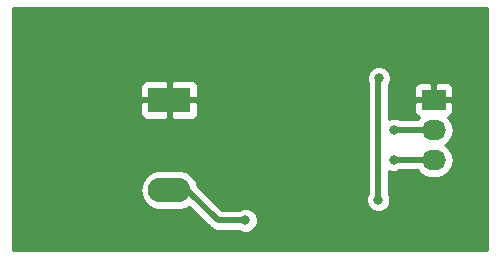
<source format=gbl>
%TF.GenerationSoftware,KiCad,Pcbnew,(5.0.0)*%
%TF.CreationDate,2018-10-04T12:31:17-06:00*%
%TF.ProjectId,Ejemplo,456A656D706C6F2E6B696361645F7063,1.0*%
%TF.SameCoordinates,Original*%
%TF.FileFunction,Copper,L2,Bot,Signal*%
%TF.FilePolarity,Positive*%
%FSLAX46Y46*%
G04 Gerber Fmt 4.6, Leading zero omitted, Abs format (unit mm)*
G04 Created by KiCad (PCBNEW (5.0.0)) date 10/04/18 12:31:17*
%MOMM*%
%LPD*%
G01*
G04 APERTURE LIST*
%ADD10R,3.600000X2.100000*%
%ADD11O,3.600000X2.100000*%
%ADD12R,2.030000X1.730000*%
%ADD13O,2.030000X1.730000*%
%ADD14C,0.800000*%
%ADD15C,0.500000*%
%ADD16C,0.254000*%
G04 APERTURE END LIST*
D10*
X116900000Y-92150000D03*
D11*
X116900000Y-99770000D03*
D12*
X139300000Y-92150000D03*
D13*
X139300000Y-94690000D03*
X139300000Y-97230000D03*
D14*
X123350000Y-102350000D03*
X135950000Y-94700000D03*
X135900000Y-97200000D03*
X134600000Y-100600000D03*
X134650000Y-90300000D03*
D15*
X116900000Y-99770000D02*
X118420000Y-99770000D01*
X118420000Y-99770000D02*
X121000000Y-102350000D01*
X121000000Y-102350000D02*
X123350000Y-102350000D01*
X139300000Y-94690000D02*
X135960000Y-94690000D01*
X135960000Y-94690000D02*
X135950000Y-94700000D01*
X139300000Y-97230000D02*
X135930000Y-97230000D01*
X135930000Y-97230000D02*
X135900000Y-97200000D01*
X134600000Y-100600000D02*
X134600000Y-90350000D01*
X134600000Y-90350000D02*
X134650000Y-90300000D01*
D16*
G36*
X143840000Y-104890000D02*
X103710000Y-104890000D01*
X103710000Y-99770000D01*
X114431989Y-99770000D01*
X114562765Y-100427454D01*
X114935183Y-100984817D01*
X115492546Y-101357235D01*
X115984043Y-101455000D01*
X117815957Y-101455000D01*
X118307454Y-101357235D01*
X118576132Y-101177710D01*
X120312577Y-102914156D01*
X120361951Y-102988049D01*
X120435844Y-103037423D01*
X120435845Y-103037424D01*
X120654690Y-103183652D01*
X120912835Y-103235000D01*
X120912839Y-103235000D01*
X121000000Y-103252337D01*
X121087161Y-103235000D01*
X122781993Y-103235000D01*
X123144126Y-103385000D01*
X123555874Y-103385000D01*
X123936280Y-103227431D01*
X124227431Y-102936280D01*
X124385000Y-102555874D01*
X124385000Y-102144126D01*
X124227431Y-101763720D01*
X123936280Y-101472569D01*
X123555874Y-101315000D01*
X123144126Y-101315000D01*
X122781993Y-101465000D01*
X121366579Y-101465000D01*
X120295705Y-100394126D01*
X133565000Y-100394126D01*
X133565000Y-100805874D01*
X133722569Y-101186280D01*
X134013720Y-101477431D01*
X134394126Y-101635000D01*
X134805874Y-101635000D01*
X135186280Y-101477431D01*
X135477431Y-101186280D01*
X135635000Y-100805874D01*
X135635000Y-100394126D01*
X135485000Y-100031993D01*
X135485000Y-98148377D01*
X135694126Y-98235000D01*
X136105874Y-98235000D01*
X136395580Y-98115000D01*
X137937305Y-98115000D01*
X138068561Y-98311439D01*
X138564729Y-98642968D01*
X139002267Y-98730000D01*
X139597733Y-98730000D01*
X140035271Y-98642968D01*
X140531439Y-98311439D01*
X140862968Y-97815271D01*
X140979386Y-97230000D01*
X140862968Y-96644729D01*
X140531439Y-96148561D01*
X140249238Y-95960000D01*
X140531439Y-95771439D01*
X140862968Y-95275271D01*
X140979386Y-94690000D01*
X140862968Y-94104729D01*
X140533588Y-93611777D01*
X140674698Y-93553327D01*
X140853327Y-93374699D01*
X140950000Y-93141310D01*
X140950000Y-92435750D01*
X140791250Y-92277000D01*
X139427000Y-92277000D01*
X139427000Y-92297000D01*
X139173000Y-92297000D01*
X139173000Y-92277000D01*
X137808750Y-92277000D01*
X137650000Y-92435750D01*
X137650000Y-93141310D01*
X137746673Y-93374699D01*
X137925302Y-93553327D01*
X138066412Y-93611777D01*
X137937305Y-93805000D01*
X136493865Y-93805000D01*
X136155874Y-93665000D01*
X135744126Y-93665000D01*
X135485000Y-93772333D01*
X135485000Y-91158690D01*
X137650000Y-91158690D01*
X137650000Y-91864250D01*
X137808750Y-92023000D01*
X139173000Y-92023000D01*
X139173000Y-90808750D01*
X139427000Y-90808750D01*
X139427000Y-92023000D01*
X140791250Y-92023000D01*
X140950000Y-91864250D01*
X140950000Y-91158690D01*
X140853327Y-90925301D01*
X140674698Y-90746673D01*
X140441309Y-90650000D01*
X139585750Y-90650000D01*
X139427000Y-90808750D01*
X139173000Y-90808750D01*
X139014250Y-90650000D01*
X138158691Y-90650000D01*
X137925302Y-90746673D01*
X137746673Y-90925301D01*
X137650000Y-91158690D01*
X135485000Y-91158690D01*
X135485000Y-90928711D01*
X135527431Y-90886280D01*
X135685000Y-90505874D01*
X135685000Y-90094126D01*
X135527431Y-89713720D01*
X135236280Y-89422569D01*
X134855874Y-89265000D01*
X134444126Y-89265000D01*
X134063720Y-89422569D01*
X133772569Y-89713720D01*
X133615000Y-90094126D01*
X133615000Y-90505874D01*
X133715001Y-90747298D01*
X133715000Y-100031993D01*
X133565000Y-100394126D01*
X120295705Y-100394126D01*
X119292634Y-99391056D01*
X119237235Y-99112546D01*
X118864817Y-98555183D01*
X118307454Y-98182765D01*
X117815957Y-98085000D01*
X115984043Y-98085000D01*
X115492546Y-98182765D01*
X114935183Y-98555183D01*
X114562765Y-99112546D01*
X114431989Y-99770000D01*
X103710000Y-99770000D01*
X103710000Y-92435750D01*
X114465000Y-92435750D01*
X114465000Y-93326309D01*
X114561673Y-93559698D01*
X114740301Y-93738327D01*
X114973690Y-93835000D01*
X116614250Y-93835000D01*
X116773000Y-93676250D01*
X116773000Y-92277000D01*
X117027000Y-92277000D01*
X117027000Y-93676250D01*
X117185750Y-93835000D01*
X118826310Y-93835000D01*
X119059699Y-93738327D01*
X119238327Y-93559698D01*
X119335000Y-93326309D01*
X119335000Y-92435750D01*
X119176250Y-92277000D01*
X117027000Y-92277000D01*
X116773000Y-92277000D01*
X114623750Y-92277000D01*
X114465000Y-92435750D01*
X103710000Y-92435750D01*
X103710000Y-90973691D01*
X114465000Y-90973691D01*
X114465000Y-91864250D01*
X114623750Y-92023000D01*
X116773000Y-92023000D01*
X116773000Y-90623750D01*
X117027000Y-90623750D01*
X117027000Y-92023000D01*
X119176250Y-92023000D01*
X119335000Y-91864250D01*
X119335000Y-90973691D01*
X119238327Y-90740302D01*
X119059699Y-90561673D01*
X118826310Y-90465000D01*
X117185750Y-90465000D01*
X117027000Y-90623750D01*
X116773000Y-90623750D01*
X116614250Y-90465000D01*
X114973690Y-90465000D01*
X114740301Y-90561673D01*
X114561673Y-90740302D01*
X114465000Y-90973691D01*
X103710000Y-90973691D01*
X103710000Y-84360000D01*
X143840001Y-84360000D01*
X143840000Y-104890000D01*
X143840000Y-104890000D01*
G37*
X143840000Y-104890000D02*
X103710000Y-104890000D01*
X103710000Y-99770000D01*
X114431989Y-99770000D01*
X114562765Y-100427454D01*
X114935183Y-100984817D01*
X115492546Y-101357235D01*
X115984043Y-101455000D01*
X117815957Y-101455000D01*
X118307454Y-101357235D01*
X118576132Y-101177710D01*
X120312577Y-102914156D01*
X120361951Y-102988049D01*
X120435844Y-103037423D01*
X120435845Y-103037424D01*
X120654690Y-103183652D01*
X120912835Y-103235000D01*
X120912839Y-103235000D01*
X121000000Y-103252337D01*
X121087161Y-103235000D01*
X122781993Y-103235000D01*
X123144126Y-103385000D01*
X123555874Y-103385000D01*
X123936280Y-103227431D01*
X124227431Y-102936280D01*
X124385000Y-102555874D01*
X124385000Y-102144126D01*
X124227431Y-101763720D01*
X123936280Y-101472569D01*
X123555874Y-101315000D01*
X123144126Y-101315000D01*
X122781993Y-101465000D01*
X121366579Y-101465000D01*
X120295705Y-100394126D01*
X133565000Y-100394126D01*
X133565000Y-100805874D01*
X133722569Y-101186280D01*
X134013720Y-101477431D01*
X134394126Y-101635000D01*
X134805874Y-101635000D01*
X135186280Y-101477431D01*
X135477431Y-101186280D01*
X135635000Y-100805874D01*
X135635000Y-100394126D01*
X135485000Y-100031993D01*
X135485000Y-98148377D01*
X135694126Y-98235000D01*
X136105874Y-98235000D01*
X136395580Y-98115000D01*
X137937305Y-98115000D01*
X138068561Y-98311439D01*
X138564729Y-98642968D01*
X139002267Y-98730000D01*
X139597733Y-98730000D01*
X140035271Y-98642968D01*
X140531439Y-98311439D01*
X140862968Y-97815271D01*
X140979386Y-97230000D01*
X140862968Y-96644729D01*
X140531439Y-96148561D01*
X140249238Y-95960000D01*
X140531439Y-95771439D01*
X140862968Y-95275271D01*
X140979386Y-94690000D01*
X140862968Y-94104729D01*
X140533588Y-93611777D01*
X140674698Y-93553327D01*
X140853327Y-93374699D01*
X140950000Y-93141310D01*
X140950000Y-92435750D01*
X140791250Y-92277000D01*
X139427000Y-92277000D01*
X139427000Y-92297000D01*
X139173000Y-92297000D01*
X139173000Y-92277000D01*
X137808750Y-92277000D01*
X137650000Y-92435750D01*
X137650000Y-93141310D01*
X137746673Y-93374699D01*
X137925302Y-93553327D01*
X138066412Y-93611777D01*
X137937305Y-93805000D01*
X136493865Y-93805000D01*
X136155874Y-93665000D01*
X135744126Y-93665000D01*
X135485000Y-93772333D01*
X135485000Y-91158690D01*
X137650000Y-91158690D01*
X137650000Y-91864250D01*
X137808750Y-92023000D01*
X139173000Y-92023000D01*
X139173000Y-90808750D01*
X139427000Y-90808750D01*
X139427000Y-92023000D01*
X140791250Y-92023000D01*
X140950000Y-91864250D01*
X140950000Y-91158690D01*
X140853327Y-90925301D01*
X140674698Y-90746673D01*
X140441309Y-90650000D01*
X139585750Y-90650000D01*
X139427000Y-90808750D01*
X139173000Y-90808750D01*
X139014250Y-90650000D01*
X138158691Y-90650000D01*
X137925302Y-90746673D01*
X137746673Y-90925301D01*
X137650000Y-91158690D01*
X135485000Y-91158690D01*
X135485000Y-90928711D01*
X135527431Y-90886280D01*
X135685000Y-90505874D01*
X135685000Y-90094126D01*
X135527431Y-89713720D01*
X135236280Y-89422569D01*
X134855874Y-89265000D01*
X134444126Y-89265000D01*
X134063720Y-89422569D01*
X133772569Y-89713720D01*
X133615000Y-90094126D01*
X133615000Y-90505874D01*
X133715001Y-90747298D01*
X133715000Y-100031993D01*
X133565000Y-100394126D01*
X120295705Y-100394126D01*
X119292634Y-99391056D01*
X119237235Y-99112546D01*
X118864817Y-98555183D01*
X118307454Y-98182765D01*
X117815957Y-98085000D01*
X115984043Y-98085000D01*
X115492546Y-98182765D01*
X114935183Y-98555183D01*
X114562765Y-99112546D01*
X114431989Y-99770000D01*
X103710000Y-99770000D01*
X103710000Y-92435750D01*
X114465000Y-92435750D01*
X114465000Y-93326309D01*
X114561673Y-93559698D01*
X114740301Y-93738327D01*
X114973690Y-93835000D01*
X116614250Y-93835000D01*
X116773000Y-93676250D01*
X116773000Y-92277000D01*
X117027000Y-92277000D01*
X117027000Y-93676250D01*
X117185750Y-93835000D01*
X118826310Y-93835000D01*
X119059699Y-93738327D01*
X119238327Y-93559698D01*
X119335000Y-93326309D01*
X119335000Y-92435750D01*
X119176250Y-92277000D01*
X117027000Y-92277000D01*
X116773000Y-92277000D01*
X114623750Y-92277000D01*
X114465000Y-92435750D01*
X103710000Y-92435750D01*
X103710000Y-90973691D01*
X114465000Y-90973691D01*
X114465000Y-91864250D01*
X114623750Y-92023000D01*
X116773000Y-92023000D01*
X116773000Y-90623750D01*
X117027000Y-90623750D01*
X117027000Y-92023000D01*
X119176250Y-92023000D01*
X119335000Y-91864250D01*
X119335000Y-90973691D01*
X119238327Y-90740302D01*
X119059699Y-90561673D01*
X118826310Y-90465000D01*
X117185750Y-90465000D01*
X117027000Y-90623750D01*
X116773000Y-90623750D01*
X116614250Y-90465000D01*
X114973690Y-90465000D01*
X114740301Y-90561673D01*
X114561673Y-90740302D01*
X114465000Y-90973691D01*
X103710000Y-90973691D01*
X103710000Y-84360000D01*
X143840001Y-84360000D01*
X143840000Y-104890000D01*
M02*

</source>
